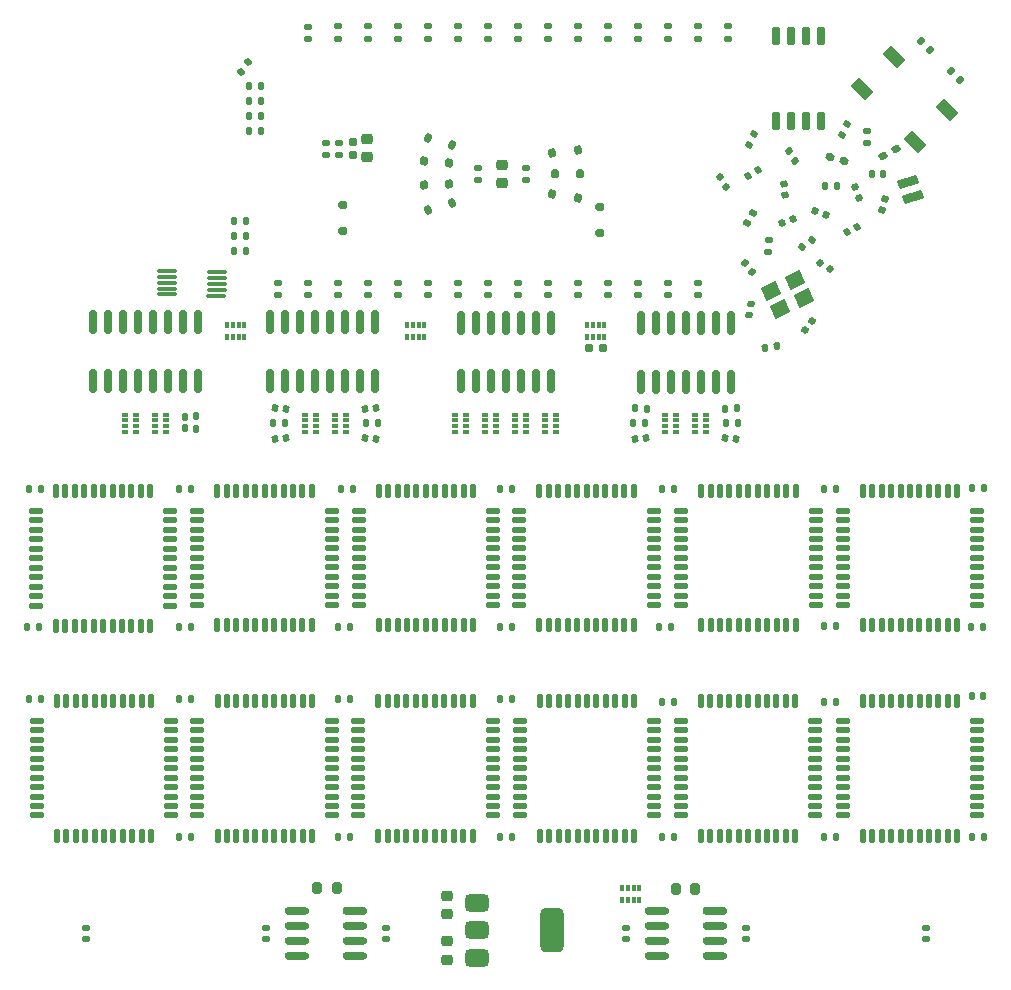
<source format=gbp>
G04 #@! TF.GenerationSoftware,KiCad,Pcbnew,9.0.4*
G04 #@! TF.CreationDate,2025-10-21T16:07:13-07:00*
G04 #@! TF.ProjectId,JumperlessV5r7,4a756d70-6572-46c6-9573-73563572372e,rev?*
G04 #@! TF.SameCoordinates,Original*
G04 #@! TF.FileFunction,Paste,Bot*
G04 #@! TF.FilePolarity,Positive*
%FSLAX46Y46*%
G04 Gerber Fmt 4.6, Leading zero omitted, Abs format (unit mm)*
G04 Created by KiCad (PCBNEW 9.0.4) date 2025-10-21 16:07:13*
%MOMM*%
%LPD*%
G01*
G04 APERTURE LIST*
G04 Aperture macros list*
%AMRoundRect*
0 Rectangle with rounded corners*
0 $1 Rounding radius*
0 $2 $3 $4 $5 $6 $7 $8 $9 X,Y pos of 4 corners*
0 Add a 4 corners polygon primitive as box body*
4,1,4,$2,$3,$4,$5,$6,$7,$8,$9,$2,$3,0*
0 Add four circle primitives for the rounded corners*
1,1,$1+$1,$2,$3*
1,1,$1+$1,$4,$5*
1,1,$1+$1,$6,$7*
1,1,$1+$1,$8,$9*
0 Add four rect primitives between the rounded corners*
20,1,$1+$1,$2,$3,$4,$5,0*
20,1,$1+$1,$4,$5,$6,$7,0*
20,1,$1+$1,$6,$7,$8,$9,0*
20,1,$1+$1,$8,$9,$2,$3,0*%
%AMRotRect*
0 Rectangle, with rotation*
0 The origin of the aperture is its center*
0 $1 length*
0 $2 width*
0 $3 Rotation angle, in degrees counterclockwise*
0 Add horizontal line*
21,1,$1,$2,0,0,$3*%
%AMFreePoly0*
4,1,21,0.922379,0.284102,0.946805,0.258670,0.997605,0.182470,1.014400,0.127000,1.014400,-0.127000,0.997605,-0.182470,0.946805,-0.258670,0.898310,-0.296983,0.863600,-0.303200,-0.838200,-0.303200,-0.896979,-0.284102,-0.921405,-0.258670,-0.972205,-0.182470,-0.989000,-0.127000,-0.989000,0.127000,-0.972205,0.182470,-0.921405,0.258670,-0.872910,0.296983,-0.838200,0.303200,0.863600,0.303200,
0.922379,0.284102,0.922379,0.284102,$1*%
%AMFreePoly1*
4,1,21,0.838850,0.288949,0.965850,0.212749,1.006426,0.166131,1.014400,0.127000,1.014400,-0.152400,0.995302,-0.211179,0.951539,-0.245248,0.824539,-0.296048,0.787400,-0.303200,-0.762000,-0.303200,-0.813450,-0.288949,-0.940450,-0.212749,-0.981026,-0.166131,-0.989000,-0.127000,-0.989000,0.127000,-0.969902,0.185779,-0.940450,0.212749,-0.813450,0.288949,-0.762000,0.303200,0.787400,0.303200,
0.838850,0.288949,0.838850,0.288949,$1*%
G04 Aperture macros list end*
%ADD10RoundRect,0.135000X-0.226274X-0.035355X-0.035355X-0.226274X0.226274X0.035355X0.035355X0.226274X0*%
%ADD11RoundRect,0.135000X0.185000X-0.135000X0.185000X0.135000X-0.185000X0.135000X-0.185000X-0.135000X0*%
%ADD12RoundRect,0.140000X-0.170000X0.140000X-0.170000X-0.140000X0.170000X-0.140000X0.170000X0.140000X0*%
%ADD13R,0.500000X0.400000*%
%ADD14R,0.500000X0.300000*%
%ADD15RoundRect,0.135000X-0.135000X-0.185000X0.135000X-0.185000X0.135000X0.185000X-0.135000X0.185000X0*%
%ADD16RoundRect,0.140000X-0.151518X-0.159820X0.127800X-0.179352X0.151518X0.159820X-0.127800X0.179352X0*%
%ADD17RoundRect,0.125000X0.475000X0.125000X-0.475000X0.125000X-0.475000X-0.125000X0.475000X-0.125000X0*%
%ADD18RoundRect,0.125000X0.125000X-0.475000X0.125000X0.475000X-0.125000X0.475000X-0.125000X-0.475000X0*%
%ADD19RoundRect,0.140000X0.162297X0.148861X-0.114978X0.187830X-0.162297X-0.148861X0.114978X-0.187830X0*%
%ADD20RoundRect,0.135000X-0.172530X0.150610X-0.196062X-0.118362X0.172530X-0.150610X0.196062X0.118362X0*%
%ADD21RoundRect,0.140000X0.187719X0.115159X-0.077026X0.206318X-0.187719X-0.115159X0.077026X-0.206318X0*%
%ADD22RoundRect,0.135000X0.070317X-0.217958X0.229019X0.000477X-0.070317X0.217958X-0.229019X-0.000477X0*%
%ADD23RoundRect,0.158750X-0.126274X-0.242181X0.188136X-0.197993X0.126274X0.242181X-0.188136X0.197993X0*%
%ADD24R,0.400000X0.500000*%
%ADD25R,0.300000X0.500000*%
%ADD26RoundRect,0.140000X0.069779X0.208880X-0.191624X0.108537X-0.069779X-0.208880X0.191624X-0.108537X0*%
%ADD27RoundRect,0.158750X-0.222250X0.158750X-0.222250X-0.158750X0.222250X-0.158750X0.222250X0.158750X0*%
%ADD28RoundRect,0.140000X0.140000X0.170000X-0.140000X0.170000X-0.140000X-0.170000X0.140000X-0.170000X0*%
%ADD29RoundRect,0.160000X-0.232181X-0.103431X0.149359X-0.205665X0.232181X0.103431X-0.149359X0.205665X0*%
%ADD30RoundRect,0.140000X-0.218823X0.024825X-0.066325X-0.210003X0.218823X-0.024825X0.066325X0.210003X0*%
%ADD31RoundRect,0.087500X0.726673X0.072298X-0.723009X0.102664X-0.726673X-0.072298X0.723009X-0.102664X0*%
%ADD32RoundRect,0.140000X-0.055243X0.213186X-0.219823X-0.013339X0.055243X-0.213186X0.219823X0.013339X0*%
%ADD33RoundRect,0.158750X0.213861X0.169883X-0.091340X0.257398X-0.213861X-0.169883X0.091340X-0.257398X0*%
%ADD34RoundRect,0.140000X-0.140000X-0.170000X0.140000X-0.170000X0.140000X0.170000X-0.140000X0.170000X0*%
%ADD35RoundRect,0.140000X-0.127800X-0.179352X0.151518X-0.159820X0.127800X0.179352X-0.151518X0.159820X0*%
%ADD36RoundRect,0.200000X-0.200000X-0.275000X0.200000X-0.275000X0.200000X0.275000X-0.200000X0.275000X0*%
%ADD37RotRect,1.700000X1.000000X315.000000*%
%ADD38RoundRect,0.135000X0.100824X0.205632X-0.165074X0.158747X-0.100824X-0.205632X0.165074X-0.158747X0*%
%ADD39RoundRect,0.225000X-0.250000X0.225000X-0.250000X-0.225000X0.250000X-0.225000X0.250000X0.225000X0*%
%ADD40RoundRect,0.135000X-0.081628X0.213979X-0.228680X-0.012462X0.081628X-0.213979X0.228680X0.012462X0*%
%ADD41RoundRect,0.225000X0.250000X-0.225000X0.250000X0.225000X-0.250000X0.225000X-0.250000X-0.225000X0*%
%ADD42RoundRect,0.140000X-0.143107X0.167393X-0.191728X-0.108353X0.143107X-0.167393X0.191728X0.108353X0*%
%ADD43RoundRect,0.160000X0.095168X0.235689X-0.250307X0.044189X-0.095168X-0.235689X0.250307X-0.044189X0*%
%ADD44RoundRect,0.158750X-0.158750X-0.222250X0.158750X-0.222250X0.158750X0.222250X-0.158750X0.222250X0*%
%ADD45RotRect,1.400000X1.200000X26.000000*%
%ADD46RoundRect,0.150000X-0.150000X0.825000X-0.150000X-0.825000X0.150000X-0.825000X0.150000X0.825000X0*%
%ADD47RoundRect,0.112500X0.806298X-0.014027X0.644064X0.485278X-0.806298X0.014027X-0.644064X-0.485278X0*%
%ADD48RoundRect,0.135000X0.107939X0.201988X-0.159433X0.164411X-0.107939X-0.201988X0.159433X-0.164411X0*%
%ADD49RoundRect,0.135000X0.226274X0.035355X0.035355X0.226274X-0.226274X-0.035355X-0.035355X-0.226274X0*%
%ADD50RoundRect,0.140000X-0.121640X0.183586X-0.203504X-0.084179X0.121640X-0.183586X0.203504X0.084179X0*%
%ADD51RoundRect,0.160000X0.197500X0.160000X-0.197500X0.160000X-0.197500X-0.160000X0.197500X-0.160000X0*%
%ADD52RoundRect,0.150000X-0.150000X0.650000X-0.150000X-0.650000X0.150000X-0.650000X0.150000X0.650000X0*%
%ADD53RoundRect,0.140000X0.051308X0.214167X-0.200354X0.091423X-0.051308X-0.214167X0.200354X-0.091423X0*%
%ADD54RoundRect,0.140000X0.114978X0.187830X-0.162297X0.148861X-0.114978X-0.187830X0.162297X-0.148861X0*%
%ADD55RoundRect,0.135000X-0.001522X0.229015X-0.218563X0.068412X0.001522X-0.229015X0.218563X-0.068412X0*%
%ADD56RoundRect,0.135000X0.135000X0.185000X-0.135000X0.185000X-0.135000X-0.185000X0.135000X-0.185000X0*%
%ADD57RoundRect,0.155000X0.155000X-0.212500X0.155000X0.212500X-0.155000X0.212500X-0.155000X-0.212500X0*%
%ADD58RoundRect,0.140000X0.207631X-0.073414X0.111865X0.189700X-0.207631X0.073414X-0.111865X-0.189700X0*%
%ADD59RoundRect,0.158750X-0.188136X-0.197993X0.126274X-0.242181X0.188136X0.197993X-0.126274X0.242181X0*%
%ADD60RoundRect,0.140000X-0.114978X-0.187830X0.162297X-0.148861X0.114978X0.187830X-0.162297X0.148861X0*%
%ADD61RoundRect,0.140000X-0.209416X-0.068155X0.026734X-0.218598X0.209416X0.068155X-0.026734X0.218598X0*%
%ADD62RoundRect,0.135000X0.096355X-0.207763X0.227254X0.028384X-0.096355X0.207763X-0.227254X-0.028384X0*%
%ADD63RoundRect,0.140000X-0.162297X-0.148861X0.114978X-0.187830X0.162297X0.148861X-0.114978X0.187830X0*%
%ADD64RoundRect,0.135000X-0.131751X-0.187328X0.138208X-0.182616X0.131751X0.187328X-0.138208X0.182616X0*%
%ADD65RoundRect,0.375000X-0.625000X-0.375000X0.625000X-0.375000X0.625000X0.375000X-0.625000X0.375000X0*%
%ADD66RoundRect,0.500000X-0.500000X-1.400000X0.500000X-1.400000X0.500000X1.400000X-0.500000X1.400000X0*%
%ADD67RoundRect,0.158750X0.142860X0.232782X-0.173867X0.210635X-0.142860X-0.232782X0.173867X-0.210635X0*%
%ADD68RoundRect,0.158750X0.091340X0.257398X-0.213861X0.169883X-0.091340X-0.257398X0.213861X-0.169883X0*%
%ADD69RoundRect,0.158750X0.173867X0.210635X-0.142860X0.232782X-0.173867X-0.210635X0.142860X-0.232782X0*%
%ADD70RoundRect,0.140000X-0.216559X0.040029X-0.080812X-0.204864X0.216559X-0.040029X0.080812X0.204864X0*%
%ADD71RoundRect,0.135000X-0.096355X0.207763X-0.227254X-0.028384X0.096355X-0.207763X0.227254X0.028384X0*%
%ADD72RoundRect,0.140000X0.220218X0.002028X0.040237X0.216520X-0.220218X-0.002028X-0.040237X-0.216520X0*%
%ADD73RoundRect,0.140000X0.187830X-0.114978X0.148861X0.162297X-0.187830X0.114978X-0.148861X-0.162297X0*%
%ADD74RoundRect,0.135000X0.159433X0.164411X-0.107939X0.201988X-0.159433X-0.164411X0.107939X-0.201988X0*%
%ADD75RoundRect,0.140000X-0.045684X-0.215437X0.202679X-0.086147X0.045684X0.215437X-0.202679X0.086147X0*%
%ADD76FreePoly0,180.000000*%
%ADD77FreePoly1,180.000000*%
%ADD78RoundRect,0.135000X-0.193966X0.121766X-0.175132X-0.147576X0.193966X-0.121766X0.175132X0.147576X0*%
%ADD79RoundRect,0.135000X-0.185000X0.135000X-0.185000X-0.135000X0.185000X-0.135000X0.185000X0.135000X0*%
G04 APERTURE END LIST*
D10*
G04 #@! TO.C,R25*
X107173077Y-76882766D03*
X107894323Y-77604034D03*
G04 #@! TD*
D11*
G04 #@! TO.C,R10*
X55209700Y-74121200D03*
X55209700Y-73101200D03*
G04 #@! TD*
D12*
G04 #@! TO.C,C32*
X79593700Y-149407400D03*
X79593700Y-150367400D03*
G04 #@! TD*
D13*
G04 #@! TO.C,RN19*
X55963700Y-105957400D03*
D14*
X55963700Y-106457400D03*
X55963700Y-106957400D03*
D13*
X55963700Y-107457400D03*
X54963700Y-107457400D03*
D14*
X54963700Y-106957400D03*
X54963700Y-106457400D03*
D13*
X54963700Y-105957400D03*
G04 #@! TD*
D15*
G04 #@! TO.C,R55*
X41745700Y-112295400D03*
X42765700Y-112295400D03*
G04 #@! TD*
D16*
G04 #@! TO.C,C10*
X42284869Y-107131117D03*
X43242531Y-107198083D03*
G04 #@! TD*
D11*
G04 #@! TO.C,R41*
X55209700Y-95863600D03*
X55209700Y-94843600D03*
G04 #@! TD*
D17*
G04 #@! TO.C,D70*
X109372900Y-114099000D03*
X109372900Y-114899000D03*
X109372900Y-115699000D03*
X109372900Y-116499000D03*
X109372900Y-117299000D03*
X109372900Y-118099000D03*
X109372900Y-118899000D03*
X109372900Y-119699000D03*
X109372900Y-120499000D03*
X109372900Y-121299000D03*
X109372900Y-122099000D03*
D18*
X107672900Y-123799000D03*
X106872900Y-123799000D03*
X106072900Y-123799000D03*
X105272900Y-123799000D03*
X104472900Y-123799000D03*
X103672900Y-123799000D03*
X102872900Y-123799000D03*
X102072900Y-123799000D03*
X101272900Y-123799000D03*
X100472900Y-123799000D03*
X99672900Y-123799000D03*
D17*
X97972900Y-122099000D03*
X97972900Y-121299000D03*
X97972900Y-120499000D03*
X97972900Y-119699000D03*
X97972900Y-118899000D03*
X97972900Y-118099000D03*
X97972900Y-117299000D03*
X97972900Y-116499000D03*
X97972900Y-115699000D03*
X97972900Y-114899000D03*
X97972900Y-114099000D03*
D18*
X99672900Y-112399000D03*
X100472900Y-112399000D03*
X101272900Y-112399000D03*
X102072900Y-112399000D03*
X102872900Y-112399000D03*
X103672900Y-112399000D03*
X104472900Y-112399000D03*
X105272900Y-112399000D03*
X106072900Y-112399000D03*
X106872900Y-112399000D03*
X107672900Y-112399000D03*
G04 #@! TD*
D19*
G04 #@! TO.C,C44*
X50859029Y-105504203D03*
X49908371Y-105370597D03*
G04 #@! TD*
D12*
G04 #@! TO.C,C33*
X49113700Y-149407400D03*
X49113700Y-150367400D03*
G04 #@! TD*
D20*
G04 #@! TO.C,R27*
X91703142Y-91162541D03*
X91614258Y-92178659D03*
G04 #@! TD*
D15*
G04 #@! TO.C,R78*
X82385700Y-123979400D03*
X83405700Y-123979400D03*
G04 #@! TD*
G04 #@! TO.C,R58*
X96355700Y-112295400D03*
X97375700Y-112295400D03*
G04 #@! TD*
D11*
G04 #@! TO.C,R14*
X60289700Y-74121200D03*
X60289700Y-73101200D03*
G04 #@! TD*
D21*
G04 #@! TO.C,C38*
X96557550Y-89032875D03*
X95649850Y-88720325D03*
G04 #@! TD*
D22*
G04 #@! TO.C,R54*
X47010530Y-76962798D03*
X47610070Y-76137602D03*
G04 #@! TD*
D11*
G04 #@! TO.C,R31*
X88229705Y-74121200D03*
X88229705Y-73101200D03*
G04 #@! TD*
G04 #@! TO.C,R19*
X72989700Y-74121200D03*
X72989700Y-73101200D03*
G04 #@! TD*
D23*
G04 #@! TO.C,D62*
X75531894Y-83537363D03*
X73393906Y-83837837D03*
G04 #@! TD*
D11*
G04 #@! TO.C,R17*
X67909700Y-74121200D03*
X67909700Y-73101200D03*
G04 #@! TD*
G04 #@! TO.C,R40*
X52669700Y-95863600D03*
X52669700Y-94843600D03*
G04 #@! TD*
G04 #@! TO.C,R48*
X72989700Y-95863600D03*
X72989700Y-94843600D03*
G04 #@! TD*
D24*
G04 #@! TO.C,RN15*
X77803700Y-99409600D03*
D25*
X77303700Y-99409600D03*
X76803700Y-99409600D03*
D24*
X76303700Y-99409600D03*
X76303700Y-98409600D03*
D25*
X76803700Y-98409600D03*
X77303700Y-98409600D03*
D24*
X77803700Y-98409600D03*
G04 #@! TD*
D15*
G04 #@! TO.C,R56*
X82639700Y-112295400D03*
X83659700Y-112295400D03*
G04 #@! TD*
D26*
G04 #@! TO.C,C41*
X93757820Y-89390381D03*
X92861580Y-89734419D03*
G04 #@! TD*
D17*
G04 #@! TO.C,F5*
X54749700Y-131902400D03*
X54749700Y-132702400D03*
X54749700Y-133502400D03*
X54749700Y-134302400D03*
X54749700Y-135102400D03*
X54749700Y-135902400D03*
X54749700Y-136702400D03*
X54749700Y-137502400D03*
X54749700Y-138302400D03*
X54749700Y-139102400D03*
X54749700Y-139902400D03*
D18*
X53049700Y-141602400D03*
X52249700Y-141602400D03*
X51449700Y-141602400D03*
X50649700Y-141602400D03*
X49849700Y-141602400D03*
X49049700Y-141602400D03*
X48249700Y-141602400D03*
X47449700Y-141602400D03*
X46649700Y-141602400D03*
X45849700Y-141602400D03*
X45049700Y-141602400D03*
D17*
X43349700Y-139902400D03*
X43349700Y-139102400D03*
X43349700Y-138302400D03*
X43349700Y-137502400D03*
X43349700Y-136702400D03*
X43349700Y-135902400D03*
X43349700Y-135102400D03*
X43349700Y-134302400D03*
X43349700Y-133502400D03*
X43349700Y-132702400D03*
X43349700Y-131902400D03*
D18*
X45049700Y-130202400D03*
X45849700Y-130202400D03*
X46649700Y-130202400D03*
X47449700Y-130202400D03*
X48249700Y-130202400D03*
X49049700Y-130202400D03*
X49849700Y-130202400D03*
X50649700Y-130202400D03*
X51449700Y-130202400D03*
X52249700Y-130202400D03*
X53049700Y-130202400D03*
G04 #@! TD*
D15*
G04 #@! TO.C,R82*
X80226700Y-106707400D03*
X81246700Y-106707400D03*
G04 #@! TD*
D27*
G04 #@! TO.C,D2*
X55692300Y-90393200D03*
X55692300Y-88234200D03*
G04 #@! TD*
D28*
G04 #@! TO.C,C36*
X29908700Y-123979400D03*
X28948700Y-123979400D03*
G04 #@! TD*
D11*
G04 #@! TO.C,R15*
X62829700Y-74121200D03*
X62829700Y-73101200D03*
G04 #@! TD*
D15*
G04 #@! TO.C,R71*
X41745700Y-141759400D03*
X42765700Y-141759400D03*
G04 #@! TD*
D24*
G04 #@! TO.C,RN12*
X47323700Y-99409600D03*
D25*
X46823700Y-99409600D03*
X46323700Y-99409600D03*
D24*
X45823700Y-99409600D03*
X45823700Y-98409600D03*
D25*
X46323700Y-98409600D03*
X46823700Y-98409600D03*
D24*
X47323700Y-98409600D03*
G04 #@! TD*
D11*
G04 #@! TO.C,R16*
X65369700Y-74121200D03*
X65369700Y-73101200D03*
G04 #@! TD*
D13*
G04 #@! TO.C,RN14*
X66123700Y-105957400D03*
D14*
X66123700Y-106457400D03*
X66123700Y-106957400D03*
D13*
X66123700Y-107457400D03*
X65123700Y-107457400D03*
D14*
X65123700Y-106957400D03*
X65123700Y-106457400D03*
D13*
X65123700Y-105957400D03*
G04 #@! TD*
D15*
G04 #@! TO.C,R76*
X68923700Y-141759400D03*
X69943700Y-141759400D03*
G04 #@! TD*
D13*
G04 #@! TO.C,RN13*
X68663700Y-105957400D03*
D14*
X68663700Y-106457400D03*
X68663700Y-106957400D03*
D13*
X68663700Y-107457400D03*
X67663700Y-107457400D03*
D14*
X67663700Y-106957400D03*
X67663700Y-106457400D03*
D13*
X67663700Y-105957400D03*
G04 #@! TD*
D11*
G04 #@! TO.C,R42*
X57749700Y-95863600D03*
X57749700Y-94843600D03*
G04 #@! TD*
G04 #@! TO.C,R20*
X75529700Y-74121200D03*
X75529700Y-73101200D03*
G04 #@! TD*
D12*
G04 #@! TO.C,C29*
X59273700Y-149407400D03*
X59273700Y-150367400D03*
G04 #@! TD*
D29*
G04 #@! TO.C,R80*
X96923561Y-84149950D03*
X98077839Y-84459250D03*
G04 #@! TD*
D15*
G04 #@! TO.C,R59*
X29113300Y-130075400D03*
X30133300Y-130075400D03*
G04 #@! TD*
D30*
G04 #@! TO.C,C37*
X87587272Y-85857836D03*
X88110128Y-86662964D03*
G04 #@! TD*
D31*
G04 #@! TO.C,U1806*
X44998279Y-93882664D03*
X44987808Y-94382551D03*
X44977336Y-94882440D03*
X44966864Y-95382332D03*
X44956395Y-95882224D03*
X40732321Y-95793736D03*
X40742792Y-95293849D03*
X40753264Y-94793960D03*
X40763736Y-94294068D03*
X40774205Y-93794176D03*
G04 #@! TD*
D11*
G04 #@! TO.C,R51*
X80609700Y-95863600D03*
X80609700Y-94843600D03*
G04 #@! TD*
D15*
G04 #@! TO.C,R60*
X41745700Y-130075400D03*
X42765700Y-130075400D03*
G04 #@! TD*
D11*
G04 #@! TO.C,R18*
X70449700Y-74121200D03*
X70449700Y-73101200D03*
G04 #@! TD*
D32*
G04 #@! TO.C,C14*
X95369837Y-98064073D03*
X94805563Y-98840727D03*
G04 #@! TD*
D17*
G04 #@! TO.C,I1*
X68387700Y-114099000D03*
X68387700Y-114899000D03*
X68387700Y-115699000D03*
X68387700Y-116499000D03*
X68387700Y-117299000D03*
X68387700Y-118099000D03*
X68387700Y-118899000D03*
X68387700Y-119699000D03*
X68387700Y-120499000D03*
X68387700Y-121299000D03*
X68387700Y-122099000D03*
D18*
X66687700Y-123799000D03*
X65887700Y-123799000D03*
X65087700Y-123799000D03*
X64287700Y-123799000D03*
X63487700Y-123799000D03*
X62687700Y-123799000D03*
X61887700Y-123799000D03*
X61087700Y-123799000D03*
X60287700Y-123799000D03*
X59487700Y-123799000D03*
X58687700Y-123799000D03*
D17*
X56987700Y-122099000D03*
X56987700Y-121299000D03*
X56987700Y-120499000D03*
X56987700Y-119699000D03*
X56987700Y-118899000D03*
X56987700Y-118099000D03*
X56987700Y-117299000D03*
X56987700Y-116499000D03*
X56987700Y-115699000D03*
X56987700Y-114899000D03*
X56987700Y-114099000D03*
D18*
X58687700Y-112399000D03*
X59487700Y-112399000D03*
X60287700Y-112399000D03*
X61087700Y-112399000D03*
X61887700Y-112399000D03*
X62687700Y-112399000D03*
X63487700Y-112399000D03*
X64287700Y-112399000D03*
X65087700Y-112399000D03*
X65887700Y-112399000D03*
X66687700Y-112399000D03*
G04 #@! TD*
D33*
G04 #@! TO.C,D7*
X62862536Y-82519200D03*
X64937900Y-83114300D03*
G04 #@! TD*
D34*
G04 #@! TO.C,C25*
X101409700Y-85625400D03*
X100449700Y-85625400D03*
G04 #@! TD*
D35*
G04 #@! TO.C,C15*
X42284869Y-106182083D03*
X43242531Y-106115117D03*
G04 #@! TD*
D36*
G04 #@! TO.C,R1*
X53495700Y-146077400D03*
X55145700Y-146077400D03*
G04 #@! TD*
D37*
G04 #@! TO.C,SW1*
X99644811Y-78391517D03*
X104099583Y-82846289D03*
X102331817Y-75704511D03*
X106786589Y-80159283D03*
G04 #@! TD*
D12*
G04 #@! TO.C,C28*
X89753700Y-149407400D03*
X89753700Y-150367400D03*
G04 #@! TD*
D38*
G04 #@! TO.C,R3*
X92414951Y-100134441D03*
X91410449Y-100311559D03*
G04 #@! TD*
D15*
G04 #@! TO.C,R69*
X96355700Y-123852400D03*
X97375700Y-123852400D03*
G04 #@! TD*
G04 #@! TO.C,R75*
X68923700Y-123979400D03*
X69943700Y-123979400D03*
G04 #@! TD*
D39*
G04 #@! TO.C,C9*
X69154298Y-84792199D03*
X69154302Y-86342201D03*
G04 #@! TD*
D27*
G04 #@! TO.C,D3*
X77409300Y-90583700D03*
X77409300Y-88424700D03*
G04 #@! TD*
D28*
G04 #@! TO.C,C35*
X109859300Y-129804600D03*
X108899300Y-129804600D03*
G04 #@! TD*
D13*
G04 #@! TO.C,RN6*
X86443700Y-105957400D03*
D14*
X86443700Y-106457400D03*
X86443700Y-106957400D03*
D13*
X86443700Y-107457400D03*
X85443700Y-107457400D03*
D14*
X85443700Y-106957400D03*
X85443700Y-106457400D03*
D13*
X85443700Y-105957400D03*
G04 #@! TD*
D15*
G04 #@! TO.C,R68*
X55207700Y-123928600D03*
X56227700Y-123928600D03*
G04 #@! TD*
D28*
G04 #@! TO.C,C43*
X58610700Y-106707400D03*
X57650700Y-106707400D03*
G04 #@! TD*
D13*
G04 #@! TO.C,RN8*
X40723700Y-105957400D03*
D14*
X40723700Y-106457400D03*
X40723700Y-106957400D03*
D13*
X40723700Y-107457400D03*
X39723700Y-107457400D03*
D14*
X39723700Y-106957400D03*
X39723700Y-106457400D03*
D13*
X39723700Y-105957400D03*
G04 #@! TD*
D40*
G04 #@! TO.C,R26*
X90412465Y-88880679D03*
X89856935Y-89736121D03*
G04 #@! TD*
D39*
G04 #@! TO.C,C8*
X64480700Y-150562400D03*
X64480700Y-152112400D03*
G04 #@! TD*
D17*
G04 #@! TO.C,L1*
X81991700Y-114099000D03*
X81991700Y-114899000D03*
X81991700Y-115699000D03*
X81991700Y-116499000D03*
X81991700Y-117299000D03*
X81991700Y-118099000D03*
X81991700Y-118899000D03*
X81991700Y-119699000D03*
X81991700Y-120499000D03*
X81991700Y-121299000D03*
X81991700Y-122099000D03*
D18*
X80291700Y-123799000D03*
X79491700Y-123799000D03*
X78691700Y-123799000D03*
X77891700Y-123799000D03*
X77091700Y-123799000D03*
X76291700Y-123799000D03*
X75491700Y-123799000D03*
X74691700Y-123799000D03*
X73891700Y-123799000D03*
X73091700Y-123799000D03*
X72291700Y-123799000D03*
D17*
X70591700Y-122099000D03*
X70591700Y-121299000D03*
X70591700Y-120499000D03*
X70591700Y-119699000D03*
X70591700Y-118899000D03*
X70591700Y-118099000D03*
X70591700Y-117299000D03*
X70591700Y-116499000D03*
X70591700Y-115699000D03*
X70591700Y-114899000D03*
X70591700Y-114099000D03*
D18*
X72291700Y-112399000D03*
X73091700Y-112399000D03*
X73891700Y-112399000D03*
X74691700Y-112399000D03*
X75491700Y-112399000D03*
X76291700Y-112399000D03*
X77091700Y-112399000D03*
X77891700Y-112399000D03*
X78691700Y-112399000D03*
X79491700Y-112399000D03*
X80291700Y-112399000D03*
G04 #@! TD*
D11*
G04 #@! TO.C,R49*
X75529700Y-95863600D03*
X75529700Y-94843600D03*
G04 #@! TD*
D41*
G04 #@! TO.C,C11*
X57683401Y-84190600D03*
X57683399Y-82640600D03*
G04 #@! TD*
D15*
G04 #@! TO.C,R36*
X46444700Y-89537000D03*
X47464700Y-89537000D03*
G04 #@! TD*
D42*
G04 #@! TO.C,C21*
X90174402Y-96567184D03*
X90007700Y-97512600D03*
G04 #@! TD*
D43*
G04 #@! TO.C,R90*
X102468284Y-83506926D03*
X101423116Y-84086274D03*
G04 #@! TD*
D44*
G04 #@! TO.C,D68*
X75771001Y-85567199D03*
X73611999Y-85567201D03*
G04 #@! TD*
D19*
G04 #@! TO.C,C42*
X58479029Y-108044203D03*
X57528371Y-107910597D03*
G04 #@! TD*
D45*
G04 #@! TO.C,Y1*
X91948411Y-95503633D03*
X93925758Y-94539217D03*
X94670989Y-96067167D03*
X92693642Y-97031583D03*
G04 #@! TD*
D46*
G04 #@! TO.C,U7*
X80863700Y-98236400D03*
X82133700Y-98236400D03*
X83403700Y-98236400D03*
X84673700Y-98236400D03*
X85943700Y-98236400D03*
X87213700Y-98236400D03*
X88483700Y-98236400D03*
X88483700Y-103186400D03*
X87213700Y-103186400D03*
X85943700Y-103186400D03*
X84673700Y-103186400D03*
X83403700Y-103186400D03*
X82133700Y-103186400D03*
X80863700Y-103186400D03*
G04 #@! TD*
D11*
G04 #@! TO.C,R24*
X80609700Y-74121200D03*
X80609700Y-73101200D03*
G04 #@! TD*
D46*
G04 #@! TO.C,U11*
X65623700Y-98201400D03*
X66893700Y-98201400D03*
X68163700Y-98201400D03*
X69433700Y-98201400D03*
X70703700Y-98201400D03*
X71973700Y-98201400D03*
X73243700Y-98201400D03*
X73243700Y-103151400D03*
X71973700Y-103151400D03*
X70703700Y-103151400D03*
X69433700Y-103151400D03*
X68163700Y-103151400D03*
X66893700Y-103151400D03*
X65623700Y-103151400D03*
G04 #@! TD*
D47*
G04 #@! TO.C,L2*
X103940010Y-87561139D03*
X103507390Y-86229661D03*
G04 #@! TD*
D46*
G04 #@! TO.C,U10*
X34508700Y-98136400D03*
X35778700Y-98136400D03*
X37048700Y-98136400D03*
X38318700Y-98136400D03*
X39588700Y-98136400D03*
X40858700Y-98136400D03*
X42128700Y-98136400D03*
X43398700Y-98136400D03*
X43398700Y-103086400D03*
X42128700Y-103086400D03*
X40858700Y-103086400D03*
X39588700Y-103086400D03*
X38318700Y-103086400D03*
X37048700Y-103086400D03*
X35778700Y-103086400D03*
X34508700Y-103086400D03*
G04 #@! TD*
D17*
G04 #@! TO.C,J6*
X68339700Y-131902400D03*
X68339700Y-132702400D03*
X68339700Y-133502400D03*
X68339700Y-134302400D03*
X68339700Y-135102400D03*
X68339700Y-135902400D03*
X68339700Y-136702400D03*
X68339700Y-137502400D03*
X68339700Y-138302400D03*
X68339700Y-139102400D03*
X68339700Y-139902400D03*
D18*
X66639700Y-141602400D03*
X65839700Y-141602400D03*
X65039700Y-141602400D03*
X64239700Y-141602400D03*
X63439700Y-141602400D03*
X62639700Y-141602400D03*
X61839700Y-141602400D03*
X61039700Y-141602400D03*
X60239700Y-141602400D03*
X59439700Y-141602400D03*
X58639700Y-141602400D03*
D17*
X56939700Y-139902400D03*
X56939700Y-139102400D03*
X56939700Y-138302400D03*
X56939700Y-137502400D03*
X56939700Y-136702400D03*
X56939700Y-135902400D03*
X56939700Y-135102400D03*
X56939700Y-134302400D03*
X56939700Y-133502400D03*
X56939700Y-132702400D03*
X56939700Y-131902400D03*
D18*
X58639700Y-130202400D03*
X59439700Y-130202400D03*
X60239700Y-130202400D03*
X61039700Y-130202400D03*
X61839700Y-130202400D03*
X62639700Y-130202400D03*
X63439700Y-130202400D03*
X64239700Y-130202400D03*
X65039700Y-130202400D03*
X65839700Y-130202400D03*
X66639700Y-130202400D03*
G04 #@! TD*
D15*
G04 #@! TO.C,R63*
X55461700Y-112295400D03*
X56481700Y-112295400D03*
G04 #@! TD*
D11*
G04 #@! TO.C,JP21*
X71186300Y-86077200D03*
X71186300Y-85057200D03*
G04 #@! TD*
D17*
G04 #@! TO.C,A2*
X41060100Y-114127000D03*
X41060100Y-114927000D03*
X41060100Y-115727000D03*
X41060100Y-116527000D03*
X41060100Y-117327000D03*
X41060100Y-118127000D03*
X41060100Y-118927000D03*
X41060100Y-119727000D03*
X41060100Y-120527000D03*
X41060100Y-121327000D03*
X41060100Y-122127000D03*
D18*
X39360100Y-123827000D03*
X38560100Y-123827000D03*
X37760100Y-123827000D03*
X36960100Y-123827000D03*
X36160100Y-123827000D03*
X35360100Y-123827000D03*
X34560100Y-123827000D03*
X33760100Y-123827000D03*
X32960100Y-123827000D03*
X32160100Y-123827000D03*
X31360100Y-123827000D03*
D17*
X29660100Y-122127000D03*
X29660100Y-121327000D03*
X29660100Y-120527000D03*
X29660100Y-119727000D03*
X29660100Y-118927000D03*
X29660100Y-118127000D03*
X29660100Y-117327000D03*
X29660100Y-116527000D03*
X29660100Y-115727000D03*
X29660100Y-114927000D03*
X29660100Y-114127000D03*
D18*
X31360100Y-112427000D03*
X32160100Y-112427000D03*
X32960100Y-112427000D03*
X33760100Y-112427000D03*
X34560100Y-112427000D03*
X35360100Y-112427000D03*
X36160100Y-112427000D03*
X36960100Y-112427000D03*
X37760100Y-112427000D03*
X38560100Y-112427000D03*
X39360100Y-112427000D03*
G04 #@! TD*
D48*
G04 #@! TO.C,R81*
X88988737Y-105366421D03*
X87978663Y-105508379D03*
G04 #@! TD*
D49*
G04 #@! TO.C,R28*
X105354324Y-75064021D03*
X104633076Y-74342779D03*
G04 #@! TD*
D50*
G04 #@! TO.C,C16*
X101297362Y-88624426D03*
X101578038Y-87706374D03*
G04 #@! TD*
D11*
G04 #@! TO.C,R45*
X65369700Y-95863600D03*
X65369700Y-94843600D03*
G04 #@! TD*
D13*
G04 #@! TO.C,RN10*
X38183700Y-105957400D03*
D14*
X38183700Y-106457400D03*
X38183700Y-106957400D03*
D13*
X38183700Y-107457400D03*
X37183700Y-107457400D03*
D14*
X37183700Y-106957400D03*
X37183700Y-106457400D03*
D13*
X37183700Y-105957400D03*
G04 #@! TD*
D15*
G04 #@! TO.C,R66*
X68923700Y-112295400D03*
X69943700Y-112295400D03*
G04 #@! TD*
D13*
G04 #@! TO.C,RN7*
X83903700Y-105957400D03*
D14*
X83903700Y-106457400D03*
X83903700Y-106957400D03*
D13*
X83903700Y-107457400D03*
X82903700Y-107457400D03*
D14*
X82903700Y-106957400D03*
X82903700Y-106457400D03*
D13*
X82903700Y-105957400D03*
G04 #@! TD*
D51*
G04 #@! TO.C,R88*
X77651200Y-100357400D03*
X76456200Y-100357400D03*
G04 #@! TD*
D52*
G04 #@! TO.C,U8*
X92293700Y-73897400D03*
X93563700Y-73897400D03*
X94833700Y-73897400D03*
X96103700Y-73897400D03*
X96103700Y-81097400D03*
X94833700Y-81097400D03*
X93563700Y-81097400D03*
X92293700Y-81097400D03*
G04 #@! TD*
D13*
G04 #@! TO.C,RN17*
X71203700Y-105957400D03*
D14*
X71203700Y-106457400D03*
X71203700Y-106957400D03*
D13*
X71203700Y-107457400D03*
X70203700Y-107457400D03*
D14*
X70203700Y-106957400D03*
X70203700Y-106457400D03*
D13*
X70203700Y-105957400D03*
G04 #@! TD*
D15*
G04 #@! TO.C,R65*
X68923700Y-130075400D03*
X69943700Y-130075400D03*
G04 #@! TD*
D24*
G04 #@! TO.C,RN2*
X80771500Y-147069999D03*
D25*
X80271500Y-147070000D03*
X79771500Y-147070000D03*
D24*
X79271500Y-147069999D03*
X79271500Y-146070001D03*
D25*
X79771500Y-146070000D03*
X80271500Y-146070000D03*
D24*
X80771500Y-146070001D03*
G04 #@! TD*
D53*
G04 #@! TO.C,C19*
X99202119Y-90063178D03*
X98339281Y-90484022D03*
G04 #@! TD*
D54*
G04 #@! TO.C,C1806*
X50859029Y-107910597D03*
X49908371Y-108044203D03*
G04 #@! TD*
D11*
G04 #@! TO.C,R46*
X67909700Y-95863600D03*
X67909700Y-94843600D03*
G04 #@! TD*
D17*
G04 #@! TO.C,G1*
X95669700Y-131902400D03*
X95669700Y-132702400D03*
X95669700Y-133502400D03*
X95669700Y-134302400D03*
X95669700Y-135102400D03*
X95669700Y-135902400D03*
X95669700Y-136702400D03*
X95669700Y-137502400D03*
X95669700Y-138302400D03*
X95669700Y-139102400D03*
X95669700Y-139902400D03*
D18*
X93969700Y-141602400D03*
X93169700Y-141602400D03*
X92369700Y-141602400D03*
X91569700Y-141602400D03*
X90769700Y-141602400D03*
X89969700Y-141602400D03*
X89169700Y-141602400D03*
X88369700Y-141602400D03*
X87569700Y-141602400D03*
X86769700Y-141602400D03*
X85969700Y-141602400D03*
D17*
X84269700Y-139902400D03*
X84269700Y-139102400D03*
X84269700Y-138302400D03*
X84269700Y-137502400D03*
X84269700Y-136702400D03*
X84269700Y-135902400D03*
X84269700Y-135102400D03*
X84269700Y-134302400D03*
X84269700Y-133502400D03*
X84269700Y-132702400D03*
X84269700Y-131902400D03*
D18*
X85969700Y-130202400D03*
X86769700Y-130202400D03*
X87569700Y-130202400D03*
X88369700Y-130202400D03*
X89169700Y-130202400D03*
X89969700Y-130202400D03*
X90769700Y-130202400D03*
X91569700Y-130202400D03*
X92369700Y-130202400D03*
X93169700Y-130202400D03*
X93969700Y-130202400D03*
G04 #@! TD*
D55*
G04 #@! TO.C,R12*
X95370667Y-91164040D03*
X94550733Y-91770760D03*
G04 #@! TD*
D11*
G04 #@! TO.C,R30*
X85689700Y-74121200D03*
X85689700Y-73101200D03*
G04 #@! TD*
G04 #@! TO.C,R44*
X62829700Y-95863600D03*
X62829700Y-94843600D03*
G04 #@! TD*
G04 #@! TO.C,R39*
X50129700Y-95863600D03*
X50129700Y-94843600D03*
G04 #@! TD*
G04 #@! TO.C,R4*
X52669700Y-74197400D03*
X52669700Y-73177400D03*
G04 #@! TD*
D15*
G04 #@! TO.C,R64*
X55207700Y-130075400D03*
X56227700Y-130075400D03*
G04 #@! TD*
D17*
G04 #@! TO.C,B1*
X54737300Y-114099000D03*
X54737300Y-114899000D03*
X54737300Y-115699000D03*
X54737300Y-116499000D03*
X54737300Y-117299000D03*
X54737300Y-118099000D03*
X54737300Y-118899000D03*
X54737300Y-119699000D03*
X54737300Y-120499000D03*
X54737300Y-121299000D03*
X54737300Y-122099000D03*
D18*
X53037300Y-123799000D03*
X52237300Y-123799000D03*
X51437300Y-123799000D03*
X50637300Y-123799000D03*
X49837300Y-123799000D03*
X49037300Y-123799000D03*
X48237300Y-123799000D03*
X47437300Y-123799000D03*
X46637300Y-123799000D03*
X45837300Y-123799000D03*
X45037300Y-123799000D03*
D17*
X43337300Y-122099000D03*
X43337300Y-121299000D03*
X43337300Y-120499000D03*
X43337300Y-119699000D03*
X43337300Y-118899000D03*
X43337300Y-118099000D03*
X43337300Y-117299000D03*
X43337300Y-116499000D03*
X43337300Y-115699000D03*
X43337300Y-114899000D03*
X43337300Y-114099000D03*
D18*
X45037300Y-112399000D03*
X45837300Y-112399000D03*
X46637300Y-112399000D03*
X47437300Y-112399000D03*
X48237300Y-112399000D03*
X49037300Y-112399000D03*
X49837300Y-112399000D03*
X50637300Y-112399000D03*
X51437300Y-112399000D03*
X52237300Y-112399000D03*
X53037300Y-112399000D03*
G04 #@! TD*
D15*
G04 #@! TO.C,R37*
X46444700Y-90807000D03*
X47464700Y-90807000D03*
G04 #@! TD*
D56*
G04 #@! TO.C,R32*
X48734700Y-78107000D03*
X47714700Y-78107000D03*
G04 #@! TD*
D13*
G04 #@! TO.C,RN16*
X73743700Y-105957400D03*
D14*
X73743700Y-106457400D03*
X73743700Y-106957400D03*
D13*
X73743700Y-107457400D03*
X72743700Y-107457400D03*
D14*
X72743700Y-106957400D03*
X72743700Y-106457400D03*
D13*
X72743700Y-105957400D03*
G04 #@! TD*
D17*
G04 #@! TO.C,E1*
X41135700Y-131902400D03*
X41135700Y-132702400D03*
X41135700Y-133502400D03*
X41135700Y-134302400D03*
X41135700Y-135102400D03*
X41135700Y-135902400D03*
X41135700Y-136702400D03*
X41135700Y-137502400D03*
X41135700Y-138302400D03*
X41135700Y-139102400D03*
X41135700Y-139902400D03*
D18*
X39435700Y-141602400D03*
X38635700Y-141602400D03*
X37835700Y-141602400D03*
X37035700Y-141602400D03*
X36235700Y-141602400D03*
X35435700Y-141602400D03*
X34635700Y-141602400D03*
X33835700Y-141602400D03*
X33035700Y-141602400D03*
X32235700Y-141602400D03*
X31435700Y-141602400D03*
D17*
X29735700Y-139902400D03*
X29735700Y-139102400D03*
X29735700Y-138302400D03*
X29735700Y-137502400D03*
X29735700Y-136702400D03*
X29735700Y-135902400D03*
X29735700Y-135102400D03*
X29735700Y-134302400D03*
X29735700Y-133502400D03*
X29735700Y-132702400D03*
X29735700Y-131902400D03*
D18*
X31435700Y-130202400D03*
X32235700Y-130202400D03*
X33035700Y-130202400D03*
X33835700Y-130202400D03*
X34635700Y-130202400D03*
X35435700Y-130202400D03*
X36235700Y-130202400D03*
X37035700Y-130202400D03*
X37835700Y-130202400D03*
X38635700Y-130202400D03*
X39435700Y-130202400D03*
G04 #@! TD*
D11*
G04 #@! TO.C,R43*
X60289700Y-95863600D03*
X60289700Y-94843600D03*
G04 #@! TD*
D12*
G04 #@! TO.C,C31*
X104993700Y-149407400D03*
X104993700Y-150367400D03*
G04 #@! TD*
D57*
G04 #@! TO.C,C27*
X56548000Y-83983100D03*
X56548000Y-82848100D03*
G04 #@! TD*
D58*
G04 #@! TO.C,C39*
X99315872Y-87600454D03*
X98987528Y-86698346D03*
G04 #@! TD*
D59*
G04 #@! TO.C,D65*
X75534088Y-87594876D03*
X73396100Y-87294400D03*
G04 #@! TD*
D60*
G04 #@! TO.C,C46*
X80388371Y-108044203D03*
X81339029Y-107910597D03*
G04 #@! TD*
D17*
G04 #@! TO.C,H1*
X109383300Y-131902400D03*
X109383300Y-132702400D03*
X109383300Y-133502400D03*
X109383300Y-134302400D03*
X109383300Y-135102400D03*
X109383300Y-135902400D03*
X109383300Y-136702400D03*
X109383300Y-137502400D03*
X109383300Y-138302400D03*
X109383300Y-139102400D03*
X109383300Y-139902400D03*
D18*
X107683300Y-141602400D03*
X106883300Y-141602400D03*
X106083300Y-141602400D03*
X105283300Y-141602400D03*
X104483300Y-141602400D03*
X103683300Y-141602400D03*
X102883300Y-141602400D03*
X102083300Y-141602400D03*
X101283300Y-141602400D03*
X100483300Y-141602400D03*
X99683300Y-141602400D03*
D17*
X97983300Y-139902400D03*
X97983300Y-139102400D03*
X97983300Y-138302400D03*
X97983300Y-137502400D03*
X97983300Y-136702400D03*
X97983300Y-135902400D03*
X97983300Y-135102400D03*
X97983300Y-134302400D03*
X97983300Y-133502400D03*
X97983300Y-132702400D03*
X97983300Y-131902400D03*
D18*
X99683300Y-130202400D03*
X100483300Y-130202400D03*
X101283300Y-130202400D03*
X102083300Y-130202400D03*
X102883300Y-130202400D03*
X103683300Y-130202400D03*
X104483300Y-130202400D03*
X105283300Y-130202400D03*
X106083300Y-130202400D03*
X106883300Y-130202400D03*
X107683300Y-130202400D03*
G04 #@! TD*
D15*
G04 #@! TO.C,R67*
X41745700Y-123979400D03*
X42765700Y-123979400D03*
G04 #@! TD*
D34*
G04 #@! TO.C,C24*
X88130700Y-106707400D03*
X89090700Y-106707400D03*
G04 #@! TD*
D61*
G04 #@! TO.C,C18*
X96079869Y-93114496D03*
X96889531Y-93630304D03*
G04 #@! TD*
D11*
G04 #@! TO.C,R23*
X78069700Y-74121200D03*
X78069700Y-73101200D03*
G04 #@! TD*
D15*
G04 #@! TO.C,R74*
X108928700Y-141759400D03*
X109948700Y-141759400D03*
G04 #@! TD*
D11*
G04 #@! TO.C,R8*
X54203600Y-83950998D03*
X54203600Y-82931000D03*
G04 #@! TD*
D62*
G04 #@! TO.C,R5*
X90014447Y-83099656D03*
X90508953Y-82207544D03*
G04 #@! TD*
D36*
G04 #@! TO.C,R57*
X83828700Y-146117400D03*
X85478700Y-146117400D03*
G04 #@! TD*
D39*
G04 #@! TO.C,C7*
X64480700Y-146686400D03*
X64480700Y-148236400D03*
G04 #@! TD*
D63*
G04 #@! TO.C,C23*
X88008371Y-107910597D03*
X88959029Y-108044203D03*
G04 #@! TD*
D11*
G04 #@! TO.C,R52*
X83149700Y-95863600D03*
X83149700Y-94843600D03*
G04 #@! TD*
D64*
G04 #@! TO.C,R79*
X96482781Y-86599507D03*
X97502619Y-86581693D03*
G04 #@! TD*
D65*
G04 #@! TO.C,U2*
X67045700Y-151933400D03*
X67045700Y-149633400D03*
D66*
X73345700Y-149633400D03*
D65*
X67045700Y-147333400D03*
G04 #@! TD*
D67*
G04 #@! TO.C,D67*
X62493148Y-86549652D03*
X64646888Y-86399048D03*
G04 #@! TD*
D28*
G04 #@! TO.C,C1807*
X50736700Y-106707400D03*
X49776700Y-106707400D03*
G04 #@! TD*
D11*
G04 #@! TO.C,R29*
X83149705Y-74121200D03*
X83149705Y-73101200D03*
G04 #@! TD*
D15*
G04 #@! TO.C,R21*
X29113300Y-112295400D03*
X30133300Y-112295400D03*
G04 #@! TD*
D68*
G04 #@! TO.C,D4*
X62862536Y-88600700D03*
X64937900Y-88005600D03*
G04 #@! TD*
D11*
G04 #@! TO.C,R50*
X78069700Y-95863600D03*
X78069700Y-94843600D03*
G04 #@! TD*
D69*
G04 #@! TO.C,D6*
X62493147Y-84519448D03*
X64646889Y-84670052D03*
G04 #@! TD*
D70*
G04 #@! TO.C,C40*
X93457988Y-83630783D03*
X93923412Y-84470417D03*
G04 #@! TD*
D56*
G04 #@! TO.C,R34*
X48734700Y-80647000D03*
X47714700Y-80647000D03*
G04 #@! TD*
G04 #@! TO.C,R33*
X48734700Y-79377000D03*
X47714700Y-79377000D03*
G04 #@! TD*
D46*
G04 #@! TO.C,U1807*
X49494700Y-98136400D03*
X50764700Y-98136400D03*
X52034700Y-98136400D03*
X53304700Y-98136400D03*
X54574700Y-98136400D03*
X55844700Y-98136400D03*
X57114700Y-98136400D03*
X58384700Y-98136400D03*
X58384700Y-103086400D03*
X57114700Y-103086400D03*
X55844700Y-103086400D03*
X54574700Y-103086400D03*
X53304700Y-103086400D03*
X52034700Y-103086400D03*
X50764700Y-103086400D03*
X49494700Y-103086400D03*
G04 #@! TD*
D15*
G04 #@! TO.C,R72*
X55207700Y-141759400D03*
X56227700Y-141759400D03*
G04 #@! TD*
G04 #@! TO.C,R38*
X46444700Y-92077000D03*
X47464700Y-92077000D03*
G04 #@! TD*
G04 #@! TO.C,R62*
X96355700Y-130329400D03*
X97375700Y-130329400D03*
G04 #@! TD*
G04 #@! TO.C,R70*
X108818500Y-123979400D03*
X109838500Y-123979400D03*
G04 #@! TD*
D17*
G04 #@! TO.C,C26*
X95692700Y-114097000D03*
X95692700Y-114897000D03*
X95692700Y-115697000D03*
X95692700Y-116497000D03*
X95692700Y-117297000D03*
X95692700Y-118097000D03*
X95692700Y-118897000D03*
X95692700Y-119697000D03*
X95692700Y-120497000D03*
X95692700Y-121297000D03*
X95692700Y-122097000D03*
D18*
X93992700Y-123797000D03*
X93192700Y-123797000D03*
X92392700Y-123797000D03*
X91592700Y-123797000D03*
X90792700Y-123797000D03*
X89992700Y-123797000D03*
X89192700Y-123797000D03*
X88392700Y-123797000D03*
X87592700Y-123797000D03*
X86792700Y-123797000D03*
X85992700Y-123797000D03*
D17*
X84292700Y-122097000D03*
X84292700Y-121297000D03*
X84292700Y-120497000D03*
X84292700Y-119697000D03*
X84292700Y-118897000D03*
X84292700Y-118097000D03*
X84292700Y-117297000D03*
X84292700Y-116497000D03*
X84292700Y-115697000D03*
X84292700Y-114897000D03*
X84292700Y-114097000D03*
D18*
X85992700Y-112397000D03*
X86792700Y-112397000D03*
X87592700Y-112397000D03*
X88392700Y-112397000D03*
X89192700Y-112397000D03*
X89992700Y-112397000D03*
X90792700Y-112397000D03*
X91592700Y-112397000D03*
X92392700Y-112397000D03*
X93192700Y-112397000D03*
X93992700Y-112397000D03*
G04 #@! TD*
D71*
G04 #@! TO.C,R85*
X98382946Y-81369340D03*
X97888454Y-82261460D03*
G04 #@! TD*
D11*
G04 #@! TO.C,R47*
X70449700Y-95863600D03*
X70449700Y-94843600D03*
G04 #@! TD*
D72*
G04 #@! TO.C,C13*
X90316238Y-93867101D03*
X89699162Y-93131699D03*
G04 #@! TD*
D54*
G04 #@! TO.C,C45*
X58479029Y-105370597D03*
X57528371Y-105504203D03*
G04 #@! TD*
D11*
G04 #@! TO.C,R53*
X85689700Y-95863600D03*
X85689700Y-94843600D03*
G04 #@! TD*
G04 #@! TO.C,R13*
X57749700Y-74121200D03*
X57749700Y-73101200D03*
G04 #@! TD*
D73*
G04 #@! TO.C,C22*
X93122504Y-87370730D03*
X92988896Y-86420070D03*
G04 #@! TD*
D56*
G04 #@! TO.C,R35*
X48734700Y-81917000D03*
X47714700Y-81917000D03*
G04 #@! TD*
D11*
G04 #@! TO.C,JP22*
X67122300Y-86077200D03*
X67122300Y-85057200D03*
G04 #@! TD*
D28*
G04 #@! TO.C,C34*
X109918698Y-112168397D03*
X108958702Y-112168403D03*
G04 #@! TD*
D74*
G04 #@! TO.C,R87*
X81368737Y-105508379D03*
X80358663Y-105366421D03*
G04 #@! TD*
D17*
G04 #@! TO.C,K1*
X82029700Y-131902400D03*
X82029700Y-132702400D03*
X82029700Y-133502400D03*
X82029700Y-134302400D03*
X82029700Y-135102400D03*
X82029700Y-135902400D03*
X82029700Y-136702400D03*
X82029700Y-137502400D03*
X82029700Y-138302400D03*
X82029700Y-139102400D03*
X82029700Y-139902400D03*
D18*
X80329700Y-141602400D03*
X79529700Y-141602400D03*
X78729700Y-141602400D03*
X77929700Y-141602400D03*
X77129700Y-141602400D03*
X76329700Y-141602400D03*
X75529700Y-141602400D03*
X74729700Y-141602400D03*
X73929700Y-141602400D03*
X73129700Y-141602400D03*
X72329700Y-141602400D03*
D17*
X70629700Y-139902400D03*
X70629700Y-139102400D03*
X70629700Y-138302400D03*
X70629700Y-137502400D03*
X70629700Y-136702400D03*
X70629700Y-135902400D03*
X70629700Y-135102400D03*
X70629700Y-134302400D03*
X70629700Y-133502400D03*
X70629700Y-132702400D03*
X70629700Y-131902400D03*
D18*
X72329700Y-130202400D03*
X73129700Y-130202400D03*
X73929700Y-130202400D03*
X74729700Y-130202400D03*
X75529700Y-130202400D03*
X76329700Y-130202400D03*
X77129700Y-130202400D03*
X77929700Y-130202400D03*
X78729700Y-130202400D03*
X79529700Y-130202400D03*
X80329700Y-130202400D03*
G04 #@! TD*
D75*
G04 #@! TO.C,C20*
X89962935Y-85720039D03*
X90814465Y-85276761D03*
G04 #@! TD*
D15*
G04 #@! TO.C,R77*
X82639700Y-141759400D03*
X83659700Y-141759400D03*
G04 #@! TD*
G04 #@! TO.C,R61*
X82639700Y-130329400D03*
X83659700Y-130329400D03*
G04 #@! TD*
G04 #@! TO.C,R73*
X96355700Y-141759400D03*
X97375700Y-141759400D03*
G04 #@! TD*
D12*
G04 #@! TO.C,C30*
X33873700Y-149407400D03*
X33873700Y-150367400D03*
G04 #@! TD*
D24*
G04 #@! TO.C,RN18*
X62563700Y-99409600D03*
D25*
X62063700Y-99409600D03*
X61563700Y-99409600D03*
D24*
X61063700Y-99409600D03*
X61063700Y-98409600D03*
D25*
X61563700Y-98409600D03*
X62063700Y-98409600D03*
D24*
X62563700Y-98409600D03*
G04 #@! TD*
D76*
G04 #@! TO.C,U3*
X87174100Y-147982400D03*
D77*
X87174100Y-149252400D03*
X87174100Y-150522400D03*
X87174100Y-151792400D03*
X82224100Y-151792400D03*
X82224100Y-150522400D03*
X82224100Y-149252400D03*
X82224100Y-147982400D03*
G04 #@! TD*
D78*
G04 #@! TO.C,R86*
X100005116Y-81941644D03*
X100076284Y-82959156D03*
G04 #@! TD*
D76*
G04 #@! TO.C,U4*
X56694100Y-147982400D03*
D77*
X56694100Y-149252400D03*
X56694100Y-150522400D03*
X56694100Y-151792400D03*
X51744100Y-151792400D03*
X51744100Y-150522400D03*
X51744100Y-149252400D03*
X51744100Y-147982400D03*
G04 #@! TD*
D79*
G04 #@! TO.C,R22*
X55346600Y-82931000D03*
X55346600Y-83950998D03*
G04 #@! TD*
D13*
G04 #@! TO.C,RN4*
X53423700Y-105957400D03*
D14*
X53423700Y-106457400D03*
X53423700Y-106957400D03*
D13*
X53423700Y-107457400D03*
X52423700Y-107457400D03*
D14*
X52423700Y-106957400D03*
X52423700Y-106457400D03*
D13*
X52423700Y-105957400D03*
G04 #@! TD*
M02*

</source>
